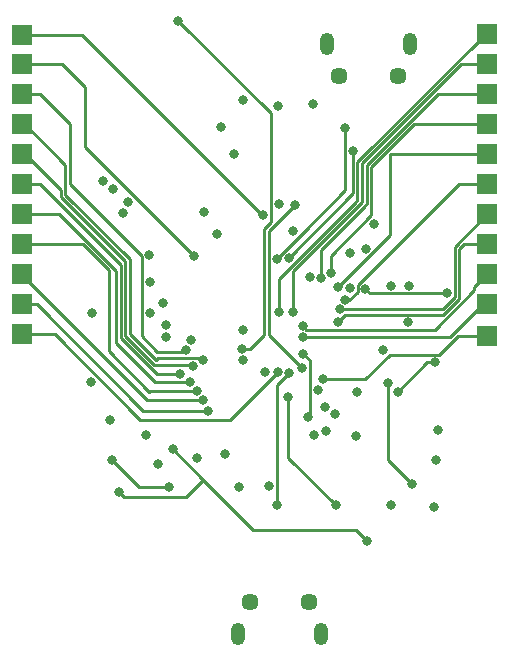
<source format=gbr>
%TF.GenerationSoftware,KiCad,Pcbnew,(5.1.6)-1*%
%TF.CreationDate,2022-05-16T14:52:33-05:00*%
%TF.ProjectId,ESP32-S2_Dev,45535033-322d-4533-925f-4465762e6b69,rev?*%
%TF.SameCoordinates,Original*%
%TF.FileFunction,Copper,L3,Inr*%
%TF.FilePolarity,Positive*%
%FSLAX46Y46*%
G04 Gerber Fmt 4.6, Leading zero omitted, Abs format (unit mm)*
G04 Created by KiCad (PCBNEW (5.1.6)-1) date 2022-05-16 14:52:33*
%MOMM*%
%LPD*%
G01*
G04 APERTURE LIST*
%TA.AperFunction,ViaPad*%
%ADD10R,1.700000X1.700000*%
%TD*%
%TA.AperFunction,ViaPad*%
%ADD11O,1.200000X1.900000*%
%TD*%
%TA.AperFunction,ViaPad*%
%ADD12C,1.450000*%
%TD*%
%TA.AperFunction,ViaPad*%
%ADD13C,0.800000*%
%TD*%
%TA.AperFunction,Conductor*%
%ADD14C,0.254000*%
%TD*%
G04 APERTURE END LIST*
D10*
%TO.N,/GPIO13*%
%TO.C,IO13*%
X100126800Y-95250000D03*
%TD*%
D11*
%TO.N,GND*%
%TO.C,UART1*%
X125949200Y-75735200D03*
X132949200Y-75735200D03*
D12*
X126949200Y-78435200D03*
X131949200Y-78435200D03*
%TD*%
D11*
%TO.N,GND*%
%TO.C,USB1*%
X125420000Y-125697500D03*
X118420000Y-125697500D03*
D12*
X124420000Y-122997500D03*
X119420000Y-122997500D03*
%TD*%
D10*
%TO.N,/DAC1*%
%TO.C,DAC1*%
X100126800Y-100330000D03*
%TD*%
%TO.N,/GPIO46*%
%TO.C,IO46*%
X100126800Y-77470000D03*
%TD*%
%TO.N,/GPIO45*%
%TO.C,IO45*%
X100126800Y-74955400D03*
%TD*%
%TO.N,/GPIO42*%
%TO.C,IO42*%
X139522200Y-74853800D03*
%TD*%
%TO.N,/GPIO41*%
%TO.C,IO41*%
X139522200Y-77470000D03*
%TD*%
%TO.N,/GPIO40*%
%TO.C,IO40*%
X139522200Y-80010000D03*
%TD*%
%TO.N,/GPIO39*%
%TO.C,IO39*%
X139522200Y-82550000D03*
%TD*%
%TO.N,/GPIO38*%
%TO.C,IO38*%
X139496800Y-85090000D03*
%TD*%
%TO.N,/GPIO37*%
%TO.C,IO37*%
X139522200Y-87630000D03*
%TD*%
%TO.N,/GPIO36*%
%TO.C,IO36*%
X139522200Y-90170000D03*
%TD*%
%TO.N,/GPIO35*%
%TO.C,IO35*%
X139522200Y-92710000D03*
%TD*%
%TO.N,/GPIO34*%
%TO.C,IO34*%
X139522200Y-95250000D03*
%TD*%
%TO.N,/GPIO33*%
%TO.C,IO33*%
X139522200Y-97790000D03*
%TD*%
%TO.N,/GPIO21*%
%TO.C,IO21*%
X139522200Y-100431600D03*
%TD*%
%TO.N,/GPIO14*%
%TO.C,IO14*%
X100126800Y-97790000D03*
%TD*%
%TO.N,/GPIO11*%
%TO.C,IO11*%
X100126800Y-92710000D03*
%TD*%
%TO.N,/GPIO10*%
%TO.C,IO10*%
X100126800Y-90170000D03*
%TD*%
%TO.N,/GPIO9*%
%TO.C,IO9*%
X100126800Y-87630000D03*
%TD*%
%TO.N,/GPIO8*%
%TO.C,IO8*%
X100126800Y-85090000D03*
%TD*%
%TO.N,/GPIO7*%
%TO.C,IO7*%
X100126800Y-82550000D03*
%TD*%
%TO.N,/GPIO6*%
%TO.C,IO6*%
X100126800Y-80010000D03*
%TD*%
D13*
%TO.N,/LD0_3P3*%
X110896400Y-93624400D03*
X108686600Y-90043000D03*
%TO.N,/USB_5P0*%
X124815600Y-108864400D03*
X107803751Y-88055649D03*
%TO.N,GND*%
X124783800Y-80811524D03*
X125194449Y-105026849D03*
X128447800Y-105206800D03*
X112598200Y-113284000D03*
X107721400Y-110972600D03*
X128371600Y-108915200D03*
X135204200Y-110947200D03*
X135305800Y-108407200D03*
X130683000Y-101625400D03*
X132892800Y-96215200D03*
X131394200Y-114808000D03*
X134975600Y-114960400D03*
X117271800Y-110439200D03*
X118465600Y-113284000D03*
X110642400Y-108813600D03*
X107579166Y-107604566D03*
X107010200Y-87376000D03*
X109093000Y-89154000D03*
X116636800Y-91821000D03*
X115544600Y-89941400D03*
X123063000Y-91592400D03*
X127914400Y-93446600D03*
X118788560Y-102471370D03*
X114427000Y-100761800D03*
X112039400Y-97685600D03*
X121037400Y-113131600D03*
X125826352Y-108514048D03*
X106070400Y-98526600D03*
X105943400Y-104343200D03*
X126619000Y-107086400D03*
X116967000Y-82778600D03*
X118821200Y-80467200D03*
X132765800Y-99288600D03*
%TO.N,/CP2102_VDD*%
X121793000Y-80949800D03*
X118033800Y-85039200D03*
%TO.N,/MCU_3P3*%
X120726200Y-103479600D03*
X125806200Y-106476800D03*
X110947200Y-95885000D03*
X121843758Y-89304000D03*
X124507183Y-95458455D03*
X129913548Y-91000748D03*
%TO.N,/RST_PROG*%
X112877600Y-110058200D03*
X129311400Y-117779800D03*
X108305600Y-113690400D03*
%TO.N,/USB_DP*%
X122631200Y-105613200D03*
X126657100Y-114795300D03*
%TO.N,/MCU_3P3A*%
X114935000Y-110769400D03*
X110947200Y-98501200D03*
%TO.N,/USB_DM*%
X122738014Y-103576834D03*
X121691400Y-114757200D03*
%TO.N,/MCU_3P3A_FILT*%
X112268000Y-99568000D03*
%TO.N,/GPIO6*%
X113969800Y-101688999D03*
%TO.N,/GPIO7*%
X115417600Y-102485601D03*
%TO.N,/GPIO8*%
X114579590Y-102996999D03*
%TO.N,/GPIO9*%
X113461800Y-103708200D03*
%TO.N,/GPIO10*%
X114300000Y-104362200D03*
%TO.N,/GPIO11*%
X114909600Y-105156000D03*
%TO.N,/GPIO13*%
X115448357Y-105915320D03*
%TO.N,/GPIO14*%
X115874800Y-106807000D03*
%TO.N,/GPIO21*%
X125603000Y-104140000D03*
%TO.N,/GPIO33*%
X123875524Y-100571574D03*
%TO.N,/GPIO34*%
X123869402Y-99644593D03*
%TO.N,/GPIO35*%
X126848110Y-99263711D03*
%TO.N,/GPIO36*%
X126995701Y-98191224D03*
%TO.N,/GPIO37*%
X127457200Y-97409000D03*
%TO.N,/GPIO38*%
X126847600Y-96342200D03*
%TO.N,/GPIO39*%
X126238281Y-95137623D03*
%TO.N,/GPIO40*%
X125425681Y-95583730D03*
%TO.N,/GPIO41*%
X123037600Y-98399600D03*
%TO.N,/GPIO42*%
X121869200Y-98393202D03*
%TO.N,/GPIO45*%
X120523001Y-90220800D03*
%TO.N,/GPIO46*%
X114655600Y-93675200D03*
%TO.N,/DAC1*%
X121777072Y-103504735D03*
%TO.N,/BOOT_PROG*%
X112268000Y-100558600D03*
X111633000Y-111302800D03*
X129235200Y-93065600D03*
X118802198Y-99974400D03*
%TO.N,/SPICS0*%
X124333000Y-107340400D03*
X123944605Y-101988841D03*
%TO.N,/SPICS1*%
X123825000Y-103200200D03*
X123215400Y-89331800D03*
%TO.N,/GPIO4*%
X113360200Y-73761600D03*
X118700642Y-101544898D03*
%TO.N,/UART_TX*%
X122687248Y-93832848D03*
X128134349Y-84817000D03*
%TO.N,/SPID*%
X127876399Y-96397317D03*
X131368800Y-96196100D03*
%TO.N,/SPIQ*%
X136093200Y-96850200D03*
X129184400Y-96494600D03*
%TO.N,/SPIWP*%
X133172200Y-113004600D03*
X131114800Y-104444800D03*
%TO.N,/SPIHD*%
X135057200Y-102692200D03*
X131953000Y-105181400D03*
%TO.N,/UART_RX*%
X127480349Y-82876447D03*
X121666000Y-93929200D03*
%TD*%
D14*
%TO.N,GND*%
X112598200Y-113284000D02*
X110032800Y-113284000D01*
X110032800Y-113284000D02*
X107721400Y-110972600D01*
%TO.N,/RST_PROG*%
X128400999Y-116869399D02*
X119688799Y-116869399D01*
X129311400Y-117779800D02*
X128400999Y-116869399D01*
X113976201Y-114090399D02*
X115443000Y-112623600D01*
X108705599Y-114090399D02*
X113976201Y-114090399D01*
X108305600Y-113690400D02*
X108705599Y-114090399D01*
X119688799Y-116869399D02*
X115443000Y-112623600D01*
X115443000Y-112623600D02*
X112877600Y-110058200D01*
%TO.N,/USB_DP*%
X122631200Y-105613200D02*
X122631200Y-110769400D01*
X122631200Y-110769400D02*
X126657100Y-114795300D01*
%TO.N,/USB_DM*%
X122738014Y-103576834D02*
X121691400Y-104623448D01*
X121691400Y-104623448D02*
X121691400Y-114757200D01*
%TO.N,/GPIO6*%
X113827199Y-101831600D02*
X113969800Y-101688999D01*
X111582888Y-101831600D02*
X113827199Y-101831600D01*
X110242399Y-93732399D02*
X110242399Y-100491111D01*
X104140000Y-87630000D02*
X110242399Y-93732399D01*
X110242399Y-100491111D02*
X111582888Y-101831600D01*
X100126800Y-80010000D02*
X101600000Y-80010000D01*
X101600000Y-80010000D02*
X104140000Y-82550000D01*
X104140000Y-82550000D02*
X104140000Y-87630000D01*
%TO.N,/GPIO7*%
X115274998Y-102342999D02*
X115417600Y-102485601D01*
X111610317Y-102342999D02*
X115274998Y-102342999D01*
X100126800Y-82550000D02*
X100330000Y-82550000D01*
X103758990Y-85978990D02*
X103758990Y-88518990D01*
X100330000Y-82550000D02*
X103758990Y-85978990D01*
X103758990Y-88518990D02*
X109220000Y-93980000D01*
X109220000Y-100330000D02*
X111421658Y-102531658D01*
X109220000Y-93980000D02*
X109220000Y-100330000D01*
X111421658Y-102531658D02*
X111610317Y-102342999D01*
%TO.N,/GPIO8*%
X100126800Y-85090000D02*
X100330000Y-85090000D01*
X103377980Y-88676809D02*
X108838990Y-94137819D01*
X100330000Y-85090000D02*
X103377980Y-88137980D01*
X103377980Y-88137980D02*
X103377980Y-88676809D01*
X108838990Y-100487819D02*
X109062181Y-100711010D01*
X108838990Y-94137819D02*
X108838990Y-100487819D01*
X114495257Y-102912666D02*
X114579590Y-102996999D01*
X109062181Y-100711010D02*
X111263838Y-102912666D01*
X111263838Y-102912666D02*
X114495257Y-102912666D01*
%TO.N,/GPIO9*%
X100126800Y-87630000D02*
X101670751Y-87630000D01*
X108457980Y-94417229D02*
X108457980Y-100645638D01*
X101670751Y-87630000D02*
X108457980Y-94417229D01*
X111520542Y-103708200D02*
X113461800Y-103708200D01*
X108457980Y-100645638D02*
X111520542Y-103708200D01*
%TO.N,/GPIO10*%
X100126800Y-90170000D02*
X103276370Y-90170000D01*
X108076970Y-94970600D02*
X108076970Y-101091970D01*
X103276370Y-90170000D02*
X108076970Y-94970600D01*
X108076970Y-101091970D02*
X111347200Y-104362200D01*
X111347200Y-104362200D02*
X114300000Y-104362200D01*
%TO.N,/GPIO11*%
X110952628Y-105156000D02*
X114909600Y-105156000D01*
X100126800Y-92710000D02*
X105257600Y-92710000D01*
X105257600Y-92710000D02*
X107442000Y-94894400D01*
X107442000Y-94894400D02*
X107442000Y-101752400D01*
X107442000Y-101752400D02*
X110899114Y-105209514D01*
X110899114Y-105209514D02*
X110952628Y-105156000D01*
%TO.N,/GPIO13*%
X110732136Y-105915320D02*
X115448357Y-105915320D01*
X100126800Y-95309984D02*
X110732136Y-105915320D01*
X100126800Y-95250000D02*
X100126800Y-95309984D01*
%TO.N,/GPIO14*%
X110379284Y-106807000D02*
X115874800Y-106807000D01*
X101362284Y-97790000D02*
X110379284Y-106807000D01*
X100126800Y-97790000D02*
X101362284Y-97790000D01*
%TO.N,/GPIO21*%
X129136322Y-104140000D02*
X125603000Y-104140000D01*
X131238123Y-102038199D02*
X129136322Y-104140000D01*
X135437257Y-102038199D02*
X131238123Y-102038199D01*
X137043856Y-100431600D02*
X135437257Y-102038199D01*
X139522200Y-100431600D02*
X137043856Y-100431600D01*
%TO.N,/GPIO33*%
X136365054Y-100571574D02*
X134150374Y-100571574D01*
X139146628Y-97790000D02*
X136365054Y-100571574D01*
X123875524Y-100571574D02*
X134150374Y-100571574D01*
X139522200Y-97790000D02*
X139146628Y-97790000D01*
%TO.N,/GPIO34*%
X124142521Y-99917712D02*
X123869402Y-99644593D01*
X134187741Y-99917712D02*
X124142521Y-99917712D01*
X135071267Y-99917712D02*
X134187741Y-99917712D01*
X138418199Y-96570780D02*
X135071267Y-99917712D01*
X138418199Y-96354001D02*
X138418199Y-96570780D01*
X139522200Y-95250000D02*
X138418199Y-96354001D01*
%TO.N,/GPIO35*%
X126848110Y-99263711D02*
X127432821Y-98679000D01*
X127432821Y-98679000D02*
X134030372Y-98679000D01*
X139522200Y-92710000D02*
X137521028Y-92710000D01*
X137128211Y-97321940D02*
X135771151Y-98679000D01*
X135771151Y-98679000D02*
X134030372Y-98679000D01*
X137128211Y-93102817D02*
X137128211Y-97321940D01*
X137521028Y-92710000D02*
X137128211Y-93102817D01*
%TO.N,/GPIO36*%
X134081424Y-98191224D02*
X126995701Y-98191224D01*
X139522200Y-90170000D02*
X136747201Y-92944999D01*
X135720098Y-98191224D02*
X134081424Y-98191224D01*
X136747201Y-97164121D02*
X135720098Y-98191224D01*
X136747201Y-92944999D02*
X136747201Y-97164121D01*
%TO.N,/GPIO37*%
X128530400Y-96711238D02*
X127832638Y-97409000D01*
X128530400Y-96180678D02*
X128530400Y-96711238D01*
X127832638Y-97409000D02*
X127457200Y-97409000D01*
X137081078Y-87630000D02*
X128530400Y-96180678D01*
X139522200Y-87630000D02*
X137081078Y-87630000D01*
%TO.N,/GPIO38*%
X139496800Y-85090000D02*
X131288912Y-85090000D01*
X131288912Y-91940901D02*
X129413000Y-93816813D01*
X131288912Y-85090000D02*
X131288912Y-91940901D01*
X129372987Y-93816813D02*
X126847600Y-96342200D01*
X129413000Y-93816813D02*
X129372987Y-93816813D01*
%TO.N,/GPIO39*%
X139522200Y-82550000D02*
X133290084Y-82550000D01*
X133290084Y-82550000D02*
X129689043Y-86151041D01*
X126238281Y-93708093D02*
X126238281Y-95137623D01*
X129689043Y-90257331D02*
X126238281Y-93708093D01*
X129689043Y-86151041D02*
X129689043Y-90257331D01*
%TO.N,/GPIO40*%
X129133600Y-89433400D02*
X129132274Y-89433400D01*
X129132274Y-89433400D02*
X125425681Y-93139993D01*
X125425681Y-93139993D02*
X125425681Y-95583730D01*
%TO.N,/GPIO41*%
X123037600Y-97730811D02*
X123037600Y-98399600D01*
%TO.N,/GPIO40*%
X139522200Y-80518000D02*
X139522200Y-80663646D01*
X139522200Y-80010000D02*
X135291256Y-80010000D01*
X129308033Y-89258967D02*
X129260600Y-89306400D01*
X135291256Y-80010000D02*
X129308033Y-85993223D01*
X129308033Y-85993223D02*
X129308033Y-89258967D01*
X129260600Y-89306400D02*
X129133600Y-89433400D01*
%TO.N,/GPIO41*%
X123037600Y-94989246D02*
X123037600Y-98399600D01*
X139522200Y-77470000D02*
X137292428Y-77470000D01*
X137292428Y-77470000D02*
X128927023Y-85835405D01*
X128927023Y-85835405D02*
X128927023Y-89099823D01*
X128927023Y-89099823D02*
X123037600Y-94989246D01*
%TO.N,/GPIO42*%
X121869200Y-98360383D02*
X121869200Y-98393202D01*
X121869200Y-98393202D02*
X121869200Y-95618818D01*
X128515359Y-85708241D02*
X128515359Y-88972659D01*
X128515359Y-88972659D02*
X128403609Y-89084409D01*
X139369800Y-74853800D02*
X128515359Y-85708241D01*
X139522200Y-74853800D02*
X139369800Y-74853800D01*
X121869200Y-95618818D02*
X128403609Y-89084409D01*
%TO.N,/GPIO45*%
X100126800Y-74955400D02*
X105181400Y-74955400D01*
X120370600Y-90144600D02*
X120281700Y-90055700D01*
X105181400Y-74955400D02*
X120281700Y-90055700D01*
X120446800Y-90220800D02*
X120281700Y-90055700D01*
X120523001Y-90220800D02*
X120446800Y-90220800D01*
%TO.N,/GPIO46*%
X114655600Y-93675200D02*
X105455552Y-84475152D01*
X100126800Y-77470000D02*
X103530400Y-77470000D01*
X105455552Y-79395152D02*
X105455552Y-84475152D01*
X103530400Y-77470000D02*
X105455552Y-79395152D01*
%TO.N,/DAC1*%
X117712807Y-107569000D02*
X121777072Y-103504735D01*
X110156112Y-107569000D02*
X117712807Y-107569000D01*
X110137122Y-107569000D02*
X110156112Y-107569000D01*
X102898122Y-100330000D02*
X110137122Y-107569000D01*
X100126800Y-100330000D02*
X102898122Y-100330000D01*
%TO.N,/SPICS0*%
X124479001Y-102523237D02*
X123944605Y-101988841D01*
X124333000Y-107340400D02*
X124479001Y-107194399D01*
X124479001Y-107194399D02*
X124479001Y-102523237D01*
%TO.N,/SPICS1*%
X123825000Y-103200200D02*
X122682000Y-102057200D01*
X121011999Y-91535201D02*
X123215400Y-89331800D01*
X122682000Y-102057200D02*
X121011999Y-100387199D01*
X121011999Y-100387199D02*
X121011999Y-91535201D01*
%TO.N,/GPIO4*%
X120630989Y-91377382D02*
X121177001Y-90831370D01*
X121177001Y-81578401D02*
X113360200Y-73761600D01*
X120630989Y-100349011D02*
X120630989Y-91377382D01*
X119435102Y-101544898D02*
X120630989Y-100349011D01*
X121177001Y-90831370D02*
X121177001Y-81578401D01*
X118700642Y-101544898D02*
X119435102Y-101544898D01*
%TO.N,/UART_TX*%
X122687248Y-93832848D02*
X128134349Y-88385747D01*
X128134349Y-88385747D02*
X128134349Y-84817000D01*
%TO.N,/SPIQ*%
X136093200Y-96850200D02*
X129540000Y-96850200D01*
X129540000Y-96850200D02*
X129184400Y-96494600D01*
%TO.N,/SPIWP*%
X133172200Y-113004600D02*
X131114800Y-110947200D01*
X131114800Y-110947200D02*
X131114800Y-104444800D01*
%TO.N,/SPIHD*%
X135057200Y-102692200D02*
X134442200Y-102692200D01*
X134442200Y-102692200D02*
X131953000Y-105181400D01*
%TO.N,/UART_RX*%
X127480349Y-82876447D02*
X127480349Y-88114851D01*
X127480349Y-88114851D02*
X123888500Y-91706700D01*
X124000549Y-91594651D02*
X123888500Y-91706700D01*
X123888500Y-91706700D02*
X121666000Y-93929200D01*
%TD*%
M02*

</source>
